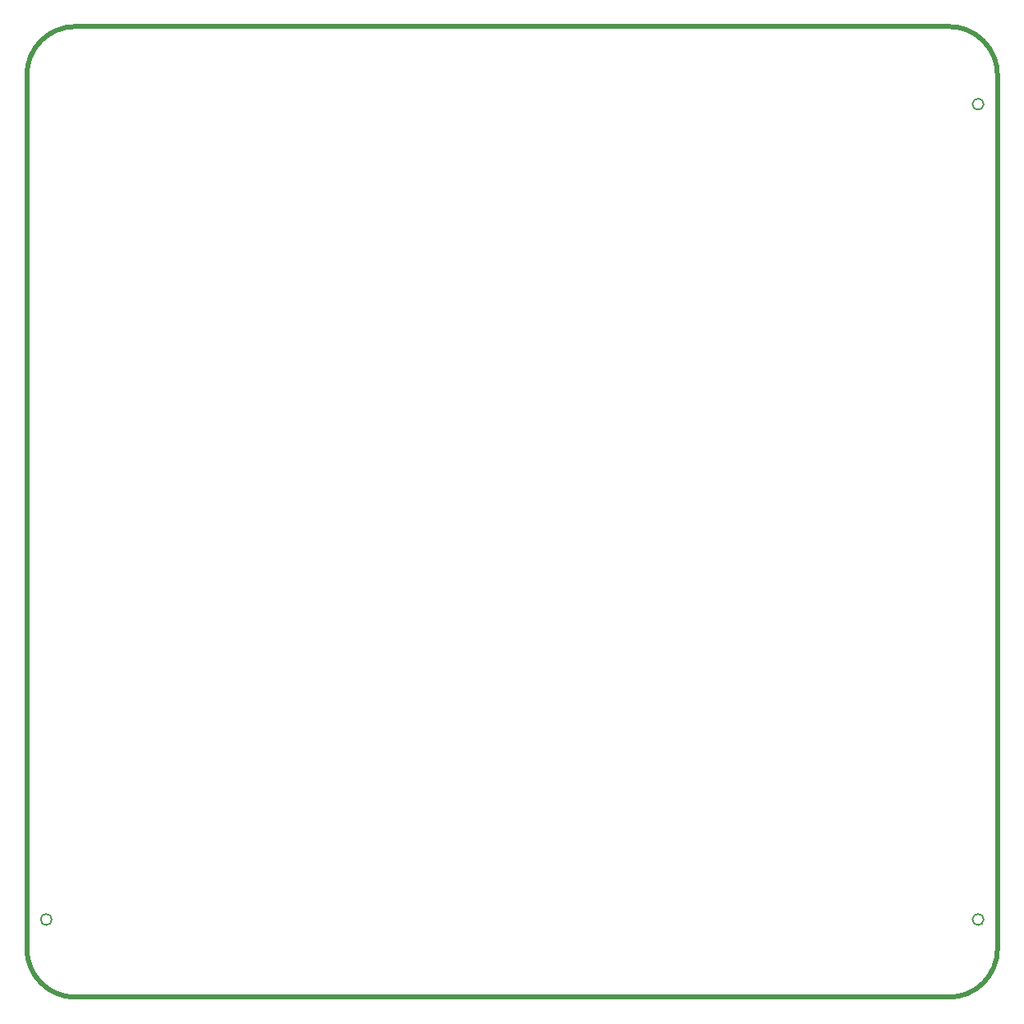
<source format=gbr>
G04 #@! TF.GenerationSoftware,KiCad,Pcbnew,5.1.5+dfsg1-2build2*
G04 #@! TF.CreationDate,2021-03-30T07:29:48+02:00*
G04 #@! TF.ProjectId,Logic_KiCad,4c6f6769-635f-44b6-9943-61642e6b6963,rev?*
G04 #@! TF.SameCoordinates,Original*
G04 #@! TF.FileFunction,Profile,NP*
%FSLAX46Y46*%
G04 Gerber Fmt 4.6, Leading zero omitted, Abs format (unit mm)*
G04 Created by KiCad (PCBNEW 5.1.5+dfsg1-2build2) date 2021-03-30 07:29:48*
%MOMM*%
%LPD*%
G04 APERTURE LIST*
G04 #@! TA.AperFunction,Profile*
%ADD10C,0.200000*%
G04 #@! TD*
G04 #@! TA.AperFunction,Profile*
%ADD11C,0.500000*%
G04 #@! TD*
G04 APERTURE END LIST*
D10*
X97576000Y-127000000D02*
G75*
G03X97576000Y-127000000I-576000J0D01*
G01*
X193576000Y-127000000D02*
G75*
G03X193576000Y-127000000I-576000J0D01*
G01*
X193576000Y-43000000D02*
G75*
G03X193576000Y-43000000I-576000J0D01*
G01*
D11*
X195000000Y-130000000D02*
G75*
G02X190000000Y-135000000I-5000000J0D01*
G01*
X100000000Y-135000000D02*
G75*
G02X95000000Y-130000000I0J5000000D01*
G01*
X195000000Y-40000000D02*
G75*
G03X190000000Y-35000000I-5000000J0D01*
G01*
X100000000Y-35000000D02*
G75*
G03X95000000Y-40000000I0J-5000000D01*
G01*
X100000000Y-35000000D02*
X190000000Y-35000000D01*
X95000000Y-130000000D02*
X95000000Y-40000000D01*
X190000000Y-135000000D02*
X100000000Y-135000000D01*
X195000000Y-40000000D02*
X195000000Y-130000000D01*
M02*

</source>
